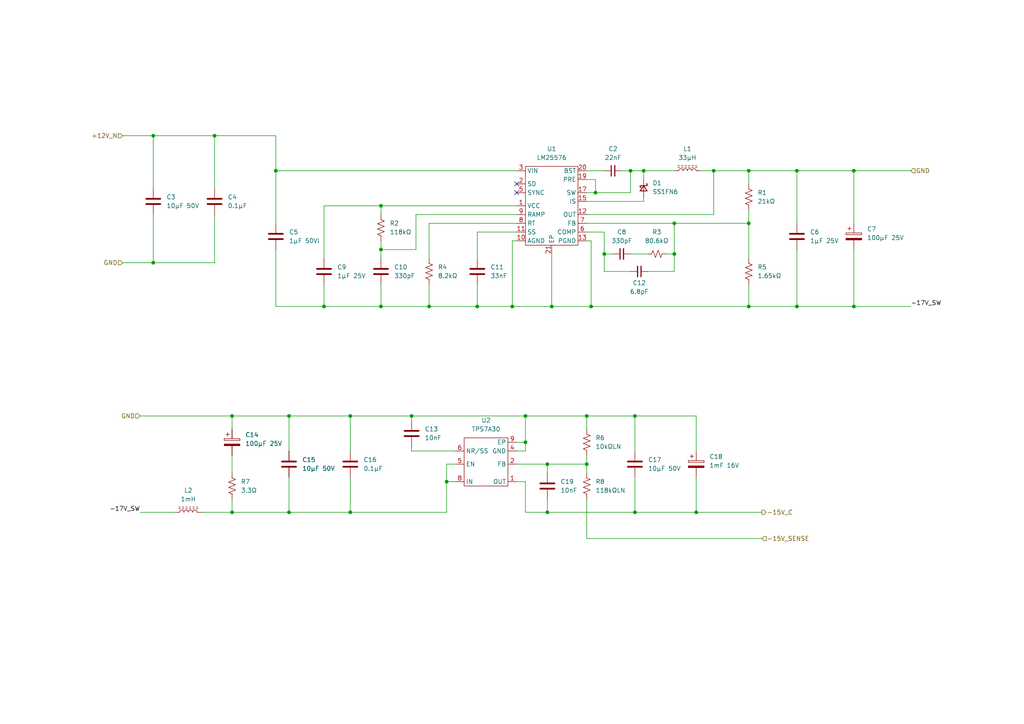
<source format=kicad_sch>
(kicad_sch (version 20231120) (generator "eeschema") (generator_version "8.0")
  (paper "A4")
  (lib_symbols
    (symbol "BW_Active:LM25576"
      (property "Reference" "U" (at 0 14.732 0))
      (property "Value" "LM25576" (at -0.254 12.7 0))
      (symbol "LM25576_0_1"
        (polyline (pts (xy -7.62 11.43) (xy 7.62 11.43) (xy 7.62 -11.43) (xy -7.62 -11.43) (xy -7.62 11.43)))
      )
      (symbol "LM25576_1_1"
        (pin passive line (at -10.16 0 0) (length 2.54) (name "VCC") (number "1"))
        (pin power_in line (at -10.16 -10.16 0) (length 2.54) (name "AGND") (number "10"))
        (pin passive line (at -10.16 -7.62 0) (length 2.54) (name "SS") (number "11"))
        (pin passive line (at 10.16 -2.54 180) (length 2.54) (name "OUT") (number "12"))
        (pin power_in line (at 10.16 -10.16 180) (length 2.54) (name "PGND") (number "13"))
        (pin passive line (at 10.16 -10.16 180) (length 2.54) hide (name "PGND") (number "14"))
        (pin passive line (at 10.16 1.27 180) (length 2.54) (name "IS") (number "15"))
        (pin passive line (at 10.16 1.27 180) (length 2.54) hide (name "IS") (number "16"))
        (pin passive line (at 10.16 3.81 180) (length 2.54) (name "SW") (number "17"))
        (pin passive line (at 10.16 3.81 180) (length 2.54) hide (name "SW") (number "18"))
        (pin passive line (at 10.16 7.62 180) (length 2.54) (name "PRE") (number "19"))
        (pin passive line (at -10.16 6.35 0) (length 2.54) (name "SD") (number "2"))
        (pin passive line (at 10.16 10.16 180) (length 2.54) (name "BST") (number "20"))
        (pin passive line (at 0 -13.97 90) (length 2.54) (name "EP") (number "21"))
        (pin power_in line (at -10.16 10.16 0) (length 2.54) (name "VIN") (number "3"))
        (pin passive line (at -10.16 10.16 0) (length 2.54) hide (name "VIN") (number "4"))
        (pin bidirectional line (at -10.16 3.81 0) (length 2.54) (name "SYNC") (number "5"))
        (pin passive line (at 10.16 -7.62 180) (length 2.54) (name "COMP") (number "6"))
        (pin passive line (at 10.16 -5.08 180) (length 2.54) (name "FB") (number "7"))
        (pin passive line (at -10.16 -5.08 0) (length 2.54) (name "RT") (number "8"))
        (pin passive line (at -10.16 -2.54 0) (length 2.54) (name "RAMP") (number "9"))
      )
    )
    (symbol "BW_Active:TPS7A30"
      (property "Reference" "U" (at 0 10.668 0))
      (property "Value" "TPS7A30" (at 0 8.636 0))
      (symbol "TPS7A30_0_0"
        (pin power_out line (at 8.89 -5.08 180) (length 2.54) (name "OUT") (number "1"))
        (pin passive line (at 8.89 0 180) (length 2.54) (name "FB") (number "2"))
        (pin power_in line (at 8.89 3.81 180) (length 2.54) (name "GND") (number "4"))
        (pin input line (at -8.89 0 0) (length 2.54) (name "EN") (number "5"))
        (pin passive line (at -8.89 3.81 0) (length 2.54) (name "NR/SS") (number "6"))
        (pin power_in line (at -8.89 -5.08 0) (length 2.54) (name "IN") (number "8"))
        (pin passive line (at 8.89 6.35 180) (length 2.54) (name "EP") (number "9"))
      )
      (symbol "TPS7A30_0_1"
        (polyline (pts (xy 6.35 7.62) (xy -6.35 7.62) (xy -6.35 -6.35) (xy 6.35 -6.35) (xy 6.35 7.62)))
      )
    )
    (symbol "Device:C" (pin_numbers hide) (pin_names (offset 0.254))
      (property "Reference" "C" (at 0.635 2.54 0))
      (property "Value" "C" (at 0.635 -2.54 0))
      (symbol "C_0_1"
        (polyline (pts (xy -2.032 -0.762) (xy 2.032 -0.762)) (stroke (width 0.508)))
        (polyline (pts (xy -2.032 0.762) (xy 2.032 0.762)) (stroke (width 0.508)))
      )
      (symbol "C_1_1"
        (pin passive line (at 0 3.81 270) (length 2.794) (name "~") (number "1"))
        (pin passive line (at 0 -3.81 90) (length 2.794) (name "~") (number "2"))
      )
    )
    (symbol "Device:C_Polarized" (pin_numbers hide) (pin_names (offset 0.254))
      (property "Reference" "C" (at 0.635 2.54 0))
      (property "Value" "C_Polarized" (at 0.635 -2.54 0))
      (symbol "C_Polarized_0_1"
        (rectangle (start -2.286 0.508) (end 2.286 1.016))
        (polyline (pts (xy -1.778 2.286) (xy -0.762 2.286)))
        (polyline (pts (xy -1.27 2.794) (xy -1.27 1.778)))
        (rectangle (start 2.286 -0.508) (end -2.286 -1.016) (fill (type outline)))
      )
      (symbol "C_Polarized_1_1"
        (pin passive line (at 0 3.81 270) (length 2.794) (name "~") (number "1"))
        (pin passive line (at 0 -3.81 90) (length 2.794) (name "~") (number "2"))
      )
    )
    (symbol "Device:C_Small" (pin_numbers hide) (pin_names (offset 0.254) hide)
      (property "Reference" "C" (at 0.254 1.778 0))
      (property "Value" "C_Small" (at 0.254 -2.032 0))
      (symbol "C_Small_0_1"
        (polyline (pts (xy -1.524 -0.508) (xy 1.524 -0.508)) (stroke (width 0.3302)))
        (polyline (pts (xy -1.524 0.508) (xy 1.524 0.508)) (stroke (width 0.3048)))
      )
      (symbol "C_Small_1_1"
        (pin passive line (at 0 2.54 270) (length 2.032) (name "~") (number "1"))
        (pin passive line (at 0 -2.54 90) (length 2.032) (name "~") (number "2"))
      )
    )
    (symbol "Device:D_Schottky_Small" (pin_numbers hide) (pin_names (offset 0.254) hide)
      (property "Reference" "D" (at -1.27 2.032 0))
      (property "Value" "D_Schottky_Small" (at -7.112 -2.032 0))
      (symbol "D_Schottky_Small_0_1"
        (polyline (pts (xy -0.762 0) (xy 0.762 0)))
        (polyline (pts (xy 0.762 -1.016) (xy -0.762 0) (xy 0.762 1.016) (xy 0.762 -1.016)) (stroke (width 0.254)))
        (polyline (pts (xy -1.27 0.762) (xy -1.27 1.016) (xy -0.762 1.016) (xy -0.762 -1.016) (xy -0.254 -1.016) (xy -0.254 -0.762)) (stroke (width 0.254)))
      )
      (symbol "D_Schottky_Small_1_1"
        (pin passive line (at -2.54 0 0) (length 1.778) (name "K") (number "1"))
        (pin passive line (at 2.54 0 180) (length 1.778) (name "A") (number "2"))
      )
    )
    (symbol "Device:L_Ferrite" (pin_numbers hide) (pin_names (offset 1.016) hide)
      (property "Reference" "L" (at -1.27 0 90))
      (property "Value" "L_Ferrite" (at 2.794 0 90))
      (symbol "L_Ferrite_0_1"
        (arc (start 0 -2.54) (mid 0.6323 -1.905) (end 0 -1.27))
        (arc (start 0 -1.27) (mid 0.6323 -0.635) (end 0 0))
        (polyline (pts (xy 1.016 -2.794) (xy 1.016 -2.286)))
        (polyline (pts (xy 1.016 -1.778) (xy 1.016 -1.27)))
        (polyline (pts (xy 1.016 -0.762) (xy 1.016 -0.254)))
        (polyline (pts (xy 1.016 0.254) (xy 1.016 0.762)))
        (polyline (pts (xy 1.016 1.27) (xy 1.016 1.778)))
        (polyline (pts (xy 1.016 2.286) (xy 1.016 2.794)))
        (polyline (pts (xy 1.524 -2.286) (xy 1.524 -2.794)))
        (polyline (pts (xy 1.524 -1.27) (xy 1.524 -1.778)))
        (polyline (pts (xy 1.524 -0.254) (xy 1.524 -0.762)))
        (polyline (pts (xy 1.524 0.762) (xy 1.524 0.254)))
        (polyline (pts (xy 1.524 1.778) (xy 1.524 1.27)))
        (polyline (pts (xy 1.524 2.794) (xy 1.524 2.286)))
        (arc (start 0 0) (mid 0.6323 0.635) (end 0 1.27))
        (arc (start 0 1.27) (mid 0.6323 1.905) (end 0 2.54))
      )
      (symbol "L_Ferrite_1_1"
        (pin passive line (at 0 3.81 270) (length 1.27) (name "1") (number "1"))
        (pin passive line (at 0 -3.81 90) (length 1.27) (name "2") (number "2"))
      )
    )
    (symbol "Device:R_Small_US" (pin_numbers hide) (pin_names (offset 0.254) hide)
      (property "Reference" "R" (at 0.762 0.508 0))
      (property "Value" "R_Small_US" (at 0.762 -1.016 0))
      (symbol "R_Small_US_1_1"
        (polyline (pts (xy 0 0) (xy 1.016 -0.381) (xy 0 -0.762) (xy -1.016 -1.143) (xy 0 -1.524)))
        (polyline (pts (xy 0 1.524) (xy 1.016 1.143) (xy 0 0.762) (xy -1.016 0.381) (xy 0 0)))
        (pin passive line (at 0 2.54 270) (length 1.016) (name "~") (number "1"))
        (pin passive line (at 0 -2.54 90) (length 1.016) (name "~") (number "2"))
      )
    )
    (symbol "Device:R_US" (pin_numbers hide) (pin_names (offset 0))
      (property "Reference" "R" (at 2.54 0 90))
      (property "Value" "R_US" (at -2.54 0 90))
      (symbol "R_US_0_1"
        (polyline (pts (xy 0 -2.286) (xy 0 -2.54)))
        (polyline (pts (xy 0 2.286) (xy 0 2.54)))
        (polyline (pts (xy 0 -0.762) (xy 1.016 -1.143) (xy 0 -1.524) (xy -1.016 -1.905) (xy 0 -2.286)))
        (polyline (pts (xy 0 0.762) (xy 1.016 0.381) (xy 0 0) (xy -1.016 -0.381) (xy 0 -0.762)))
        (polyline (pts (xy 0 2.286) (xy 1.016 1.905) (xy 0 1.524) (xy -1.016 1.143) (xy 0 0.762)))
      )
      (symbol "R_US_1_1"
        (pin passive line (at 0 3.81 270) (length 1.27) (name "~") (number "1"))
        (pin passive line (at 0 -3.81 90) (length 1.27) (name "~") (number "2"))
      )
    )
  )
  (junction (at 231.14 49.53))
  (junction (at 201.93 148.59))
  (junction (at 67.31 120.65))
  (junction (at 195.58 73.66))
  (junction (at 231.14 88.9))
  (junction (at 158.75 148.59))
  (junction (at 160.02 88.9))
  (junction (at 110.49 59.69))
  (junction (at 170.18 134.62))
  (junction (at 124.46 88.9))
  (junction (at 217.17 64.77))
  (junction (at 110.49 88.9))
  (junction (at 186.69 49.53))
  (junction (at 195.58 64.77))
  (junction (at 80.01 49.53))
  (junction (at 101.6 148.59))
  (junction (at 101.6 120.65))
  (junction (at 172.72 55.88))
  (junction (at 110.49 72.39))
  (junction (at 83.82 120.65))
  (junction (at 152.4 128.27))
  (junction (at 129.54 139.7))
  (junction (at 247.65 49.53))
  (junction (at 184.15 148.59))
  (junction (at 175.26 73.66))
  (junction (at 182.88 49.53))
  (junction (at 217.17 88.9))
  (junction (at 170.18 120.65))
  (junction (at 44.45 39.37))
  (junction (at 152.4 120.65))
  (junction (at 119.38 120.65))
  (junction (at 184.15 120.65))
  (junction (at 67.31 148.59))
  (junction (at 207.01 49.53))
  (junction (at 93.98 88.9))
  (junction (at 83.82 148.59))
  (junction (at 171.45 88.9))
  (junction (at 158.75 134.62))
  (junction (at 138.43 88.9))
  (junction (at 247.65 88.9))
  (junction (at 148.59 88.9))
  (junction (at 62.23 39.37))
  (junction (at 44.45 76.2))
  (junction (at 217.17 49.53))
  (no_connect (at 149.86 53.34))
  (no_connect (at 149.86 55.88))
  (wire (pts (xy 83.82 148.59) (xy 101.6 148.59)))
  (wire (pts (xy 138.43 82.55) (xy 138.43 88.9)))
  (wire (pts (xy 170.18 52.07) (xy 172.72 52.07)))
  (wire (pts (xy 247.65 88.9) (xy 231.14 88.9)))
  (wire (pts (xy 170.18 69.85) (xy 171.45 69.85)))
  (wire (pts (xy 152.4 148.59) (xy 158.75 148.59)))
  (wire (pts (xy 184.15 138.43) (xy 184.15 148.59)))
  (wire (pts (xy 83.82 138.43) (xy 83.82 148.59)))
  (wire (pts (xy 184.15 130.81) (xy 184.15 120.65)))
  (wire (pts (xy 186.69 58.42) (xy 186.69 57.15)))
  (wire (pts (xy 93.98 59.69) (xy 93.98 74.93)))
  (wire (pts (xy 110.49 82.55) (xy 110.49 88.9)))
  (wire (pts (xy 170.18 64.77) (xy 195.58 64.77)))
  (wire (pts (xy 217.17 82.55) (xy 217.17 88.9)))
  (wire (pts (xy 247.65 64.77) (xy 247.65 49.53)))
  (wire (pts (xy 184.15 120.65) (xy 170.18 120.65)))
  (wire (pts (xy 170.18 134.62) (xy 170.18 132.08)))
  (wire (pts (xy 148.59 69.85) (xy 149.86 69.85)))
  (wire (pts (xy 101.6 120.65) (xy 101.6 130.81)))
  (wire (pts (xy 217.17 88.9) (xy 171.45 88.9)))
  (wire (pts (xy 80.01 72.39) (xy 80.01 88.9)))
  (wire (pts (xy 175.26 78.74) (xy 175.26 73.66)))
  (wire (pts (xy 175.26 73.66) (xy 175.26 67.31)))
  (wire (pts (xy 148.59 88.9) (xy 160.02 88.9)))
  (wire (pts (xy 67.31 124.46) (xy 67.31 120.65)))
  (wire (pts (xy 62.23 76.2) (xy 44.45 76.2)))
  (wire (pts (xy 158.75 134.62) (xy 158.75 137.16)))
  (wire (pts (xy 138.43 67.31) (xy 149.86 67.31)))
  (wire (pts (xy 170.18 55.88) (xy 172.72 55.88)))
  (wire (pts (xy 132.08 130.81) (xy 119.38 130.81)))
  (wire (pts (xy 158.75 134.62) (xy 170.18 134.62)))
  (wire (pts (xy 160.02 88.9) (xy 160.02 73.66)))
  (wire (pts (xy 62.23 62.23) (xy 62.23 76.2)))
  (wire (pts (xy 247.65 49.53) (xy 264.16 49.53)))
  (wire (pts (xy 138.43 74.93) (xy 138.43 67.31)))
  (wire (pts (xy 231.14 64.77) (xy 231.14 49.53)))
  (wire (pts (xy 186.69 52.07) (xy 186.69 49.53)))
  (wire (pts (xy 119.38 121.92) (xy 119.38 120.65)))
  (wire (pts (xy 149.86 128.27) (xy 152.4 128.27)))
  (wire (pts (xy 231.14 88.9) (xy 217.17 88.9)))
  (wire (pts (xy 203.2 49.53) (xy 207.01 49.53)))
  (wire (pts (xy 120.65 72.39) (xy 110.49 72.39)))
  (wire (pts (xy 170.18 58.42) (xy 186.69 58.42)))
  (wire (pts (xy 186.69 49.53) (xy 182.88 49.53)))
  (wire (pts (xy 80.01 49.53) (xy 80.01 39.37)))
  (wire (pts (xy 101.6 120.65) (xy 119.38 120.65)))
  (wire (pts (xy 201.93 148.59) (xy 220.98 148.59)))
  (wire (pts (xy 170.18 124.46) (xy 170.18 120.65)))
  (wire (pts (xy 170.18 134.62) (xy 170.18 137.16)))
  (wire (pts (xy 207.01 49.53) (xy 207.01 62.23)))
  (wire (pts (xy 129.54 139.7) (xy 129.54 148.59)))
  (wire (pts (xy 182.88 55.88) (xy 182.88 49.53)))
  (wire (pts (xy 83.82 120.65) (xy 101.6 120.65)))
  (wire (pts (xy 195.58 64.77) (xy 195.58 73.66)))
  (wire (pts (xy 201.93 148.59) (xy 184.15 148.59)))
  (wire (pts (xy 195.58 73.66) (xy 193.04 73.66)))
  (wire (pts (xy 171.45 88.9) (xy 160.02 88.9)))
  (wire (pts (xy 124.46 88.9) (xy 138.43 88.9)))
  (wire (pts (xy 80.01 49.53) (xy 80.01 64.77)))
  (wire (pts (xy 138.43 88.9) (xy 148.59 88.9)))
  (wire (pts (xy 149.86 49.53) (xy 80.01 49.53)))
  (wire (pts (xy 195.58 78.74) (xy 195.58 73.66)))
  (wire (pts (xy 172.72 52.07) (xy 172.72 55.88)))
  (wire (pts (xy 217.17 53.34) (xy 217.17 49.53)))
  (wire (pts (xy 170.18 144.78) (xy 170.18 156.21)))
  (wire (pts (xy 217.17 64.77) (xy 195.58 64.77)))
  (wire (pts (xy 187.96 78.74) (xy 195.58 78.74)))
  (wire (pts (xy 170.18 156.21) (xy 220.98 156.21)))
  (wire (pts (xy 182.88 73.66) (xy 187.96 73.66)))
  (wire (pts (xy 110.49 88.9) (xy 124.46 88.9)))
  (wire (pts (xy 217.17 60.96) (xy 217.17 64.77)))
  (wire (pts (xy 152.4 139.7) (xy 152.4 148.59)))
  (wire (pts (xy 172.72 55.88) (xy 182.88 55.88)))
  (wire (pts (xy 149.86 59.69) (xy 110.49 59.69)))
  (wire (pts (xy 170.18 120.65) (xy 152.4 120.65)))
  (wire (pts (xy 124.46 64.77) (xy 149.86 64.77)))
  (wire (pts (xy 149.86 130.81) (xy 152.4 130.81)))
  (wire (pts (xy 149.86 134.62) (xy 158.75 134.62)))
  (wire (pts (xy 152.4 120.65) (xy 119.38 120.65)))
  (wire (pts (xy 40.64 148.59) (xy 50.8 148.59)))
  (wire (pts (xy 201.93 120.65) (xy 184.15 120.65)))
  (wire (pts (xy 170.18 49.53) (xy 175.26 49.53)))
  (wire (pts (xy 124.46 74.93) (xy 124.46 64.77)))
  (wire (pts (xy 101.6 138.43) (xy 101.6 148.59)))
  (wire (pts (xy 149.86 62.23) (xy 120.65 62.23)))
  (wire (pts (xy 80.01 39.37) (xy 62.23 39.37)))
  (wire (pts (xy 148.59 69.85) (xy 148.59 88.9)))
  (wire (pts (xy 44.45 39.37) (xy 62.23 39.37)))
  (wire (pts (xy 40.64 120.65) (xy 67.31 120.65)))
  (wire (pts (xy 201.93 138.43) (xy 201.93 148.59)))
  (wire (pts (xy 35.56 39.37) (xy 44.45 39.37)))
  (wire (pts (xy 175.26 67.31) (xy 170.18 67.31)))
  (wire (pts (xy 119.38 130.81) (xy 119.38 129.54)))
  (wire (pts (xy 186.69 49.53) (xy 195.58 49.53)))
  (wire (pts (xy 129.54 134.62) (xy 132.08 134.62)))
  (wire (pts (xy 124.46 82.55) (xy 124.46 88.9)))
  (wire (pts (xy 44.45 39.37) (xy 44.45 54.61)))
  (wire (pts (xy 129.54 134.62) (xy 129.54 139.7)))
  (wire (pts (xy 58.42 148.59) (xy 67.31 148.59)))
  (wire (pts (xy 83.82 120.65) (xy 83.82 130.81)))
  (wire (pts (xy 231.14 49.53) (xy 217.17 49.53)))
  (wire (pts (xy 110.49 72.39) (xy 110.49 74.93)))
  (wire (pts (xy 110.49 59.69) (xy 110.49 62.23)))
  (wire (pts (xy 217.17 49.53) (xy 207.01 49.53)))
  (wire (pts (xy 93.98 88.9) (xy 110.49 88.9)))
  (wire (pts (xy 201.93 130.81) (xy 201.93 120.65)))
  (wire (pts (xy 67.31 144.78) (xy 67.31 148.59)))
  (wire (pts (xy 217.17 74.93) (xy 217.17 64.77)))
  (wire (pts (xy 35.56 76.2) (xy 44.45 76.2)))
  (wire (pts (xy 132.08 139.7) (xy 129.54 139.7)))
  (wire (pts (xy 152.4 128.27) (xy 152.4 120.65)))
  (wire (pts (xy 67.31 132.08) (xy 67.31 137.16)))
  (wire (pts (xy 171.45 69.85) (xy 171.45 88.9)))
  (wire (pts (xy 158.75 144.78) (xy 158.75 148.59)))
  (wire (pts (xy 207.01 62.23) (xy 170.18 62.23)))
  (wire (pts (xy 247.65 88.9) (xy 264.16 88.9)))
  (wire (pts (xy 182.88 78.74) (xy 175.26 78.74)))
  (wire (pts (xy 101.6 148.59) (xy 129.54 148.59)))
  (wire (pts (xy 93.98 82.55) (xy 93.98 88.9)))
  (wire (pts (xy 247.65 49.53) (xy 231.14 49.53)))
  (wire (pts (xy 152.4 130.81) (xy 152.4 128.27)))
  (wire (pts (xy 182.88 49.53) (xy 180.34 49.53)))
  (wire (pts (xy 120.65 62.23) (xy 120.65 72.39)))
  (wire (pts (xy 247.65 72.39) (xy 247.65 88.9)))
  (wire (pts (xy 158.75 148.59) (xy 184.15 148.59)))
  (wire (pts (xy 80.01 88.9) (xy 93.98 88.9)))
  (wire (pts (xy 175.26 73.66) (xy 177.8 73.66)))
  (wire (pts (xy 110.49 59.69) (xy 93.98 59.69)))
  (wire (pts (xy 67.31 120.65) (xy 83.82 120.65)))
  (wire (pts (xy 110.49 69.85) (xy 110.49 72.39)))
  (wire (pts (xy 44.45 76.2) (xy 44.45 62.23)))
  (wire (pts (xy 231.14 72.39) (xy 231.14 88.9)))
  (wire (pts (xy 62.23 39.37) (xy 62.23 54.61)))
  (wire (pts (xy 149.86 139.7) (xy 152.4 139.7)))
  (wire (pts (xy 67.31 148.59) (xy 83.82 148.59)))
  (label "-17V_SW" (at 264.16 88.9 0))
  (label "-17V_SW" (at 40.64 148.59 180))
  (hierarchical_label "GND" (shape input) (at 40.64 120.65 180))
  (hierarchical_label "GND" (shape input) (at 35.56 76.2 180))
  (hierarchical_label "GND" (shape input) (at 264.16 49.53 0))
  (hierarchical_label "+12V_N" (shape input) (at 35.56 39.37 180))
  (hierarchical_label "-15V_SENSE" (shape input) (at 220.98 156.21 0))
  (hierarchical_label "-15V_C" (shape output) (at 220.98 148.59 0))
  (symbol (lib_id "Device:R_US") (at 170.18 128.27 0) (unit 1)
    (property "Reference" "R6" (at 172.72 126.9999 0) (effects (justify left)))
    (property "Value" "10kΩLN" (at 172.72 129.5399 0) (effects (justify left)))
    (property "Footprint" "Resistor_SMD:R_0603_1608Metric" (effects (hide yes)))
    (property "Description" "Resistor, US symbol" (effects (hide yes)))
  )
  (symbol (lib_id "Device:C_Polarized") (at 67.31 128.27 0) (unit 1)
    (property "Reference" "C14" (at 71.12 126.1109 0) (effects (justify left)))
    (property "Value" "100µF 25V" (at 71.12 128.6509 0) (effects (justify left)))
    (property "Footprint" "Capacitor_THT:CP_Radial_D6.3mm_P2.50mm" (effects (hide yes)))
    (property "Description" "Polarized capacitor" (effects (hide yes)))
  )
  (symbol (lib_id "Device:C_Polarized") (at 247.65 68.58 0) (unit 1)
    (property "Reference" "C7" (at 251.46 66.4209 0) (effects (justify left)))
    (property "Value" "100µF 25V" (at 251.46 68.9609 0) (effects (justify left)))
    (property "Footprint" "Capacitor_SMD:CP_Elec_6.3x7.7" (effects (hide yes)))
    (property "Description" "Polarized capacitor" (effects (hide yes)))
  )
  (symbol (lib_id "Device:R_US") (at 110.49 66.04 0) (unit 1)
    (property "Reference" "R2" (at 113.03 64.7699 0) (effects (justify left)))
    (property "Value" "118kΩ" (at 113.03 67.3099 0) (effects (justify left)))
    (property "Footprint" "Resistor_SMD:R_0603_1608Metric" (effects (hide yes)))
    (property "Description" "Resistor, US symbol" (effects (hide yes)))
  )
  (symbol (lib_id "Device:C") (at 184.15 134.62 0) (unit 1)
    (property "Reference" "C17" (at 187.96 133.3499 0) (effects (justify left)))
    (property "Value" "10µF 50V" (at 187.96 135.8899 0) (effects (justify left)))
    (property "Footprint" "Capacitor_SMD:C_1206_3216Metric" (effects (hide yes)))
    (property "Description" "Unpolarized capacitor" (effects (hide yes)))
  )
  (symbol (lib_id "Device:C") (at 119.38 125.73 0) (unit 1)
    (property "Reference" "C13" (at 123.19 124.4599 0) (effects (justify left)))
    (property "Value" "10nF" (at 123.19 126.9999 0) (effects (justify left)))
    (property "Footprint" "Capacitor_SMD:C_0603_1608Metric" (effects (hide yes)))
    (property "Description" "Unpolarized capacitor" (effects (hide yes)))
  )
  (symbol (lib_id "BW_Active:TPS7A30") (at 140.97 134.62 0) (unit 1)
    (property "Reference" "U2" (at 140.97 121.92 0))
    (property "Value" "TPS7A30" (at 140.97 124.46 0))
    (property "Footprint" "Package_SO:HVSSOP-8-1EP_3x3mm_P0.65mm_EP1.57x1.89mm" (effects (hide yes)))
    (property "Datasheet" "https://www.ti.com/lit/ds/symlink/tps7a30.pdf" (effects (hide yes)))
    (property "Description" "200mA Ultra-low-noise Negative LDO" (effects (hide yes)))
  )
  (symbol (lib_id "Device:C_Small") (at 180.34 73.66 90) (unit 1)
    (property "Reference" "C8" (at 180.3463 67.31 90))
    (property "Value" "330pF" (at 180.3463 69.85 90))
    (property "Footprint" "Capacitor_SMD:C_0603_1608Metric" (effects (hide yes)))
    (property "Description" "Unpolarized capacitor, small symbol" (effects (hide yes)))
  )
  (symbol (lib_id "Device:C_Small") (at 185.42 78.74 270) (unit 1)
    (property "Reference" "C12" (at 185.42 82.042 90))
    (property "Value" "6.8pF" (at 185.42 84.582 90))
    (property "Footprint" "Capacitor_SMD:C_0603_1608Metric" (effects (hide yes)))
    (property "Description" "Unpolarized capacitor, small symbol" (effects (hide yes)))
  )
  (symbol (lib_id "Device:C") (at 93.98 78.74 0) (unit 1)
    (property "Reference" "C9" (at 97.79 77.4699 0) (effects (justify left)))
    (property "Value" "1µF 25V" (at 97.79 80.0099 0) (effects (justify left)))
    (property "Footprint" "Capacitor_SMD:C_0603_1608Metric" (effects (hide yes)))
    (property "Description" "Unpolarized capacitor" (effects (hide yes)))
  )
  (symbol (lib_id "Device:C") (at 110.49 78.74 0) (unit 1)
    (property "Reference" "C10" (at 114.3 77.4699 0) (effects (justify left)))
    (property "Value" "330pF" (at 114.3 80.0099 0) (effects (justify left)))
    (property "Footprint" "Capacitor_SMD:C_0603_1608Metric" (effects (hide yes)))
    (property "Description" "Unpolarized capacitor" (effects (hide yes)))
  )
  (symbol (lib_id "Device:R_Small_US") (at 190.5 73.66 90) (unit 1)
    (property "Reference" "R3" (at 190.5 67.31 90))
    (property "Value" "80.6kΩ" (at 190.5 69.85 90))
    (property "Footprint" "Resistor_SMD:R_0603_1608Metric" (effects (hide yes)))
    (property "Description" "Resistor, small US symbol" (effects (hide yes)))
  )
  (symbol (lib_id "Device:C") (at 83.82 134.62 0) (unit 1)
    (property "Reference" "C15" (at 87.63 133.3499 0) (effects (justify left)))
    (property "Value" "10µF 50V" (at 87.63 135.8899 0) (effects (justify left)))
    (property "Footprint" "Capacitor_SMD:C_1206_3216Metric" (effects (hide yes)))
    (property "Description" "Unpolarized capacitor" (effects (hide yes)))
  )
  (symbol (lib_id "Device:C_Polarized") (at 201.93 134.62 0) (unit 1)
    (property "Reference" "C18" (at 205.74 132.4609 0) (effects (justify left)))
    (property "Value" "1mF 16V" (at 205.74 135.0009 0) (effects (justify left)))
    (property "Footprint" "Capacitor_THT:CP_Radial_D8.0mm_P3.50mm" (effects (hide yes)))
    (property "Description" "Polarized capacitor" (effects (hide yes)))
  )
  (symbol (lib_id "Device:R_US") (at 124.46 78.74 0) (unit 1)
    (property "Reference" "R4" (at 127 77.4699 0) (effects (justify left)))
    (property "Value" "8.2kΩ" (at 127 80.0099 0) (effects (justify left)))
    (property "Footprint" "Resistor_SMD:R_0603_1608Metric" (effects (hide yes)))
    (property "Description" "Resistor, US symbol" (effects (hide yes)))
  )
  (symbol (lib_id "Device:R_US") (at 170.18 140.97 0) (unit 1)
    (property "Reference" "R8" (at 172.72 139.6999 0) (effects (justify left)))
    (property "Value" "118kΩLN" (at 172.72 142.2399 0) (effects (justify left)))
    (property "Footprint" "Resistor_SMD:R_0603_1608Metric" (effects (hide yes)))
    (property "Description" "Resistor, US symbol" (effects (hide yes)))
  )
  (symbol (lib_id "Device:C") (at 62.23 58.42 0) (unit 1)
    (property "Reference" "C4" (at 66.04 57.1499 0) (effects (justify left)))
    (property "Value" "0.1µF" (at 66.04 59.6899 0) (effects (justify left)))
    (property "Footprint" "Capacitor_SMD:C_0603_1608Metric" (effects (hide yes)))
    (property "Description" "Unpolarized capacitor" (effects (hide yes)))
  )
  (symbol (lib_id "Device:C") (at 44.45 58.42 0) (unit 1)
    (property "Reference" "C3" (at 48.26 57.1499 0) (effects (justify left)))
    (property "Value" "10µF 50V" (at 48.26 59.6899 0) (effects (justify left)))
    (property "Footprint" "Capacitor_SMD:C_1206_3216Metric" (effects (hide yes)))
    (property "Description" "Unpolarized capacitor" (effects (hide yes)))
  )
  (symbol (lib_id "Device:C") (at 158.75 140.97 0) (unit 1)
    (property "Reference" "C19" (at 162.56 139.6999 0) (effects (justify left)))
    (property "Value" "10nF" (at 162.56 142.2399 0) (effects (justify left)))
    (property "Footprint" "Capacitor_SMD:C_0603_1608Metric" (effects (hide yes)))
    (property "Description" "Unpolarized capacitor" (effects (hide yes)))
  )
  (symbol (lib_id "Device:R_US") (at 217.17 57.15 0) (unit 1)
    (property "Reference" "R1" (at 219.71 55.8799 0) (effects (justify left)))
    (property "Value" "21kΩ" (at 219.71 58.4199 0) (effects (justify left)))
    (property "Footprint" "Resistor_SMD:R_0603_1608Metric" (effects (hide yes)))
    (property "Description" "Resistor, US symbol" (effects (hide yes)))
  )
  (symbol (lib_id "Device:D_Schottky_Small") (at 186.69 54.61 270) (unit 1)
    (property "Reference" "D1" (at 189.23 53.0859 90) (effects (justify left)))
    (property "Value" "SS1FN6" (at 189.23 55.6259 90) (effects (justify left)))
    (property "Footprint" "Diode_SMD:D_SMF" (effects (hide yes)))
    (property "Description" "Schottky diode, small symbol" (effects (hide yes)))
  )
  (symbol (lib_id "Device:C") (at 80.01 68.58 0) (unit 1)
    (property "Reference" "C5" (at 83.82 67.3099 0) (effects (justify left)))
    (property "Value" "1µF 50Vl" (at 83.82 69.8499 0) (effects (justify left)))
    (property "Footprint" "Capacitor_SMD:C_0805_2012Metric" (effects (hide yes)))
    (property "Description" "Unpolarized capacitor" (effects (hide yes)))
  )
  (symbol (lib_id "Device:R_US") (at 67.31 140.97 0) (unit 1)
    (property "Reference" "R7" (at 69.85 139.6999 0) (effects (justify left)))
    (property "Value" "3.3Ω" (at 69.85 142.2399 0) (effects (justify left)))
    (property "Footprint" "Resistor_SMD:R_0805_2012Metric" (effects (hide yes)))
    (property "Description" "Resistor, US symbol" (effects (hide yes)))
  )
  (symbol (lib_id "Device:R_US") (at 217.17 78.74 0) (unit 1)
    (property "Reference" "R5" (at 219.71 77.4699 0) (effects (justify left)))
    (property "Value" "1.65kΩ" (at 219.71 80.0099 0) (effects (justify left)))
    (property "Footprint" "Resistor_SMD:R_0603_1608Metric" (effects (hide yes)))
    (property "Description" "Resistor, US symbol" (effects (hide yes)))
  )
  (symbol (lib_id "Device:L_Ferrite") (at 199.39 49.53 90) (unit 1)
    (property "Reference" "L1" (at 199.39 43.18 90))
    (property "Value" "33µH" (at 199.39 45.72 90))
    (property "Footprint" "BW_PassiveMechanical:L_KEMET_MPGV1D1054" (effects (hide yes)))
    (property "Description" "Inductor with ferrite core" (effects (hide yes)))
  )
  (symbol (lib_id "Device:L_Ferrite") (at 54.61 148.59 90) (unit 1)
    (property "Reference" "L2" (at 54.61 142.24 90))
    (property "Value" "1mH" (at 54.61 144.78 90))
    (property "Footprint" "BW_PassiveMechanical:L_Coilcraft_MSS7348-XXX-fixed" (effects (hide yes)))
    (property "Description" "Inductor with ferrite core" (effects (hide yes)))
  )
  (symbol (lib_id "Device:C") (at 138.43 78.74 0) (unit 1)
    (property "Reference" "C11" (at 142.24 77.4699 0) (effects (justify left)))
    (property "Value" "33nF" (at 142.24 80.0099 0) (effects (justify left)))
    (property "Footprint" "Capacitor_SMD:C_0603_1608Metric" (effects (hide yes)))
    (property "Description" "Unpolarized capacitor" (effects (hide yes)))
  )
  (symbol (lib_id "Device:C") (at 231.14 68.58 0) (unit 1)
    (property "Reference" "C6" (at 234.95 67.3099 0) (effects (justify left)))
    (property "Value" "1µF 25V" (at 234.95 69.8499 0) (effects (justify left)))
    (property "Footprint" "Capacitor_SMD:C_0603_1608Metric" (effects (hide yes)))
    (property "Description" "Unpolarized capacitor" (effects (hide yes)))
  )
  (symbol (lib_id "Device:C_Small") (at 177.8 49.53 90) (unit 1)
    (property "Reference" "C2" (at 177.8063 43.18 90))
    (property "Value" "22nF" (at 177.8063 45.72 90))
    (property "Footprint" "Capacitor_SMD:C_0603_1608Metric" (effects (hide yes)))
    (property "Description" "Unpolarized capacitor, small symbol" (effects (hide yes)))
  )
  (symbol (lib_id "Device:C") (at 101.6 134.62 0) (unit 1)
    (property "Reference" "C16" (at 105.41 133.3499 0) (effects (justify left)))
    (property "Value" "0.1µF" (at 105.41 135.8899 0) (effects (justify left)))
    (property "Footprint" "Capacitor_SMD:C_0603_1608Metric" (effects (hide yes)))
    (property "Description" "Unpolarized capacitor" (effects (hide yes)))
  )
  (symbol (lib_id "BW_Active:LM25576") (at 160.02 59.69 0) (unit 1)
    (property "Reference" "U1" (at 160.02 43.18 0))
    (property "Value" "LM25576" (at 160.02 45.72 0))
    (property "Footprint" "Package_SO:HTSSOP-20-1EP_4.4x6.5mm_P0.65mm_EP2.85x4mm" (effects (hide yes)))
    (property "Datasheet" "https://www.ti.com/lit/ds/symlink/lm25576.pdf" (effects (hide yes)))
    (property "Description" "Integrated-switch 3A step-down switching regulator" (effects (hide yes)))
  )
)
</source>
